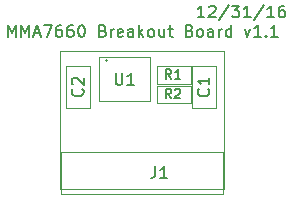
<source format=gbr>
%TF.GenerationSoftware,KiCad,Pcbnew,4.0.4+e1-6308~48~ubuntu16.04.1-stable*%
%TF.CreationDate,2016-12-31T17:29:36-08:00*%
%TF.ProjectId,mma7660-sensor-breakout,6D6D61373636302D73656E736F722D62,v1.0*%
%TF.FileFunction,Other,Fab,Top*%
%FSLAX46Y46*%
G04 Gerber Fmt 4.6, Leading zero omitted, Abs format (unit mm)*
G04 Created by KiCad (PCBNEW 4.0.4+e1-6308~48~ubuntu16.04.1-stable) date Sat Dec 31 17:29:36 2016*
%MOMM*%
%LPD*%
G01*
G04 APERTURE LIST*
%ADD10C,0.350000*%
%ADD11C,0.050000*%
%ADD12C,0.150000*%
%ADD13C,0.100000*%
G04 APERTURE END LIST*
D10*
D11*
X154813000Y-103505000D02*
X154813000Y-103378000D01*
D12*
X153194143Y-100528381D02*
X152622714Y-100528381D01*
X152908428Y-100528381D02*
X152908428Y-99528381D01*
X152813190Y-99671238D01*
X152717952Y-99766476D01*
X152622714Y-99814095D01*
X153575095Y-99623619D02*
X153622714Y-99576000D01*
X153717952Y-99528381D01*
X153956048Y-99528381D01*
X154051286Y-99576000D01*
X154098905Y-99623619D01*
X154146524Y-99718857D01*
X154146524Y-99814095D01*
X154098905Y-99956952D01*
X153527476Y-100528381D01*
X154146524Y-100528381D01*
X155289381Y-99480762D02*
X154432238Y-100766476D01*
X155527476Y-99528381D02*
X156146524Y-99528381D01*
X155813190Y-99909333D01*
X155956048Y-99909333D01*
X156051286Y-99956952D01*
X156098905Y-100004571D01*
X156146524Y-100099810D01*
X156146524Y-100337905D01*
X156098905Y-100433143D01*
X156051286Y-100480762D01*
X155956048Y-100528381D01*
X155670333Y-100528381D01*
X155575095Y-100480762D01*
X155527476Y-100433143D01*
X157098905Y-100528381D02*
X156527476Y-100528381D01*
X156813190Y-100528381D02*
X156813190Y-99528381D01*
X156717952Y-99671238D01*
X156622714Y-99766476D01*
X156527476Y-99814095D01*
X158241762Y-99480762D02*
X157384619Y-100766476D01*
X159098905Y-100528381D02*
X158527476Y-100528381D01*
X158813190Y-100528381D02*
X158813190Y-99528381D01*
X158717952Y-99671238D01*
X158622714Y-99766476D01*
X158527476Y-99814095D01*
X159956048Y-99528381D02*
X159765571Y-99528381D01*
X159670333Y-99576000D01*
X159622714Y-99623619D01*
X159527476Y-99766476D01*
X159479857Y-99956952D01*
X159479857Y-100337905D01*
X159527476Y-100433143D01*
X159575095Y-100480762D01*
X159670333Y-100528381D01*
X159860810Y-100528381D01*
X159956048Y-100480762D01*
X160003667Y-100433143D01*
X160051286Y-100337905D01*
X160051286Y-100099810D01*
X160003667Y-100004571D01*
X159956048Y-99956952D01*
X159860810Y-99909333D01*
X159670333Y-99909333D01*
X159575095Y-99956952D01*
X159527476Y-100004571D01*
X159479857Y-100099810D01*
X136550237Y-102179381D02*
X136550237Y-101179381D01*
X136883571Y-101893667D01*
X137216904Y-101179381D01*
X137216904Y-102179381D01*
X137693094Y-102179381D02*
X137693094Y-101179381D01*
X138026428Y-101893667D01*
X138359761Y-101179381D01*
X138359761Y-102179381D01*
X138788332Y-101893667D02*
X139264523Y-101893667D01*
X138693094Y-102179381D02*
X139026427Y-101179381D01*
X139359761Y-102179381D01*
X139597856Y-101179381D02*
X140264523Y-101179381D01*
X139835951Y-102179381D01*
X141074047Y-101179381D02*
X140883570Y-101179381D01*
X140788332Y-101227000D01*
X140740713Y-101274619D01*
X140645475Y-101417476D01*
X140597856Y-101607952D01*
X140597856Y-101988905D01*
X140645475Y-102084143D01*
X140693094Y-102131762D01*
X140788332Y-102179381D01*
X140978809Y-102179381D01*
X141074047Y-102131762D01*
X141121666Y-102084143D01*
X141169285Y-101988905D01*
X141169285Y-101750810D01*
X141121666Y-101655571D01*
X141074047Y-101607952D01*
X140978809Y-101560333D01*
X140788332Y-101560333D01*
X140693094Y-101607952D01*
X140645475Y-101655571D01*
X140597856Y-101750810D01*
X142026428Y-101179381D02*
X141835951Y-101179381D01*
X141740713Y-101227000D01*
X141693094Y-101274619D01*
X141597856Y-101417476D01*
X141550237Y-101607952D01*
X141550237Y-101988905D01*
X141597856Y-102084143D01*
X141645475Y-102131762D01*
X141740713Y-102179381D01*
X141931190Y-102179381D01*
X142026428Y-102131762D01*
X142074047Y-102084143D01*
X142121666Y-101988905D01*
X142121666Y-101750810D01*
X142074047Y-101655571D01*
X142026428Y-101607952D01*
X141931190Y-101560333D01*
X141740713Y-101560333D01*
X141645475Y-101607952D01*
X141597856Y-101655571D01*
X141550237Y-101750810D01*
X142740713Y-101179381D02*
X142835952Y-101179381D01*
X142931190Y-101227000D01*
X142978809Y-101274619D01*
X143026428Y-101369857D01*
X143074047Y-101560333D01*
X143074047Y-101798429D01*
X143026428Y-101988905D01*
X142978809Y-102084143D01*
X142931190Y-102131762D01*
X142835952Y-102179381D01*
X142740713Y-102179381D01*
X142645475Y-102131762D01*
X142597856Y-102084143D01*
X142550237Y-101988905D01*
X142502618Y-101798429D01*
X142502618Y-101560333D01*
X142550237Y-101369857D01*
X142597856Y-101274619D01*
X142645475Y-101227000D01*
X142740713Y-101179381D01*
X144597857Y-101655571D02*
X144740714Y-101703190D01*
X144788333Y-101750810D01*
X144835952Y-101846048D01*
X144835952Y-101988905D01*
X144788333Y-102084143D01*
X144740714Y-102131762D01*
X144645476Y-102179381D01*
X144264523Y-102179381D01*
X144264523Y-101179381D01*
X144597857Y-101179381D01*
X144693095Y-101227000D01*
X144740714Y-101274619D01*
X144788333Y-101369857D01*
X144788333Y-101465095D01*
X144740714Y-101560333D01*
X144693095Y-101607952D01*
X144597857Y-101655571D01*
X144264523Y-101655571D01*
X145264523Y-102179381D02*
X145264523Y-101512714D01*
X145264523Y-101703190D02*
X145312142Y-101607952D01*
X145359761Y-101560333D01*
X145454999Y-101512714D01*
X145550238Y-101512714D01*
X146264524Y-102131762D02*
X146169286Y-102179381D01*
X145978809Y-102179381D01*
X145883571Y-102131762D01*
X145835952Y-102036524D01*
X145835952Y-101655571D01*
X145883571Y-101560333D01*
X145978809Y-101512714D01*
X146169286Y-101512714D01*
X146264524Y-101560333D01*
X146312143Y-101655571D01*
X146312143Y-101750810D01*
X145835952Y-101846048D01*
X147169286Y-102179381D02*
X147169286Y-101655571D01*
X147121667Y-101560333D01*
X147026429Y-101512714D01*
X146835952Y-101512714D01*
X146740714Y-101560333D01*
X147169286Y-102131762D02*
X147074048Y-102179381D01*
X146835952Y-102179381D01*
X146740714Y-102131762D01*
X146693095Y-102036524D01*
X146693095Y-101941286D01*
X146740714Y-101846048D01*
X146835952Y-101798429D01*
X147074048Y-101798429D01*
X147169286Y-101750810D01*
X147645476Y-102179381D02*
X147645476Y-101179381D01*
X147740714Y-101798429D02*
X148026429Y-102179381D01*
X148026429Y-101512714D02*
X147645476Y-101893667D01*
X148597857Y-102179381D02*
X148502619Y-102131762D01*
X148455000Y-102084143D01*
X148407381Y-101988905D01*
X148407381Y-101703190D01*
X148455000Y-101607952D01*
X148502619Y-101560333D01*
X148597857Y-101512714D01*
X148740715Y-101512714D01*
X148835953Y-101560333D01*
X148883572Y-101607952D01*
X148931191Y-101703190D01*
X148931191Y-101988905D01*
X148883572Y-102084143D01*
X148835953Y-102131762D01*
X148740715Y-102179381D01*
X148597857Y-102179381D01*
X149788334Y-101512714D02*
X149788334Y-102179381D01*
X149359762Y-101512714D02*
X149359762Y-102036524D01*
X149407381Y-102131762D01*
X149502619Y-102179381D01*
X149645477Y-102179381D01*
X149740715Y-102131762D01*
X149788334Y-102084143D01*
X150121667Y-101512714D02*
X150502619Y-101512714D01*
X150264524Y-101179381D02*
X150264524Y-102036524D01*
X150312143Y-102131762D01*
X150407381Y-102179381D01*
X150502619Y-102179381D01*
X151931192Y-101655571D02*
X152074049Y-101703190D01*
X152121668Y-101750810D01*
X152169287Y-101846048D01*
X152169287Y-101988905D01*
X152121668Y-102084143D01*
X152074049Y-102131762D01*
X151978811Y-102179381D01*
X151597858Y-102179381D01*
X151597858Y-101179381D01*
X151931192Y-101179381D01*
X152026430Y-101227000D01*
X152074049Y-101274619D01*
X152121668Y-101369857D01*
X152121668Y-101465095D01*
X152074049Y-101560333D01*
X152026430Y-101607952D01*
X151931192Y-101655571D01*
X151597858Y-101655571D01*
X152740715Y-102179381D02*
X152645477Y-102131762D01*
X152597858Y-102084143D01*
X152550239Y-101988905D01*
X152550239Y-101703190D01*
X152597858Y-101607952D01*
X152645477Y-101560333D01*
X152740715Y-101512714D01*
X152883573Y-101512714D01*
X152978811Y-101560333D01*
X153026430Y-101607952D01*
X153074049Y-101703190D01*
X153074049Y-101988905D01*
X153026430Y-102084143D01*
X152978811Y-102131762D01*
X152883573Y-102179381D01*
X152740715Y-102179381D01*
X153931192Y-102179381D02*
X153931192Y-101655571D01*
X153883573Y-101560333D01*
X153788335Y-101512714D01*
X153597858Y-101512714D01*
X153502620Y-101560333D01*
X153931192Y-102131762D02*
X153835954Y-102179381D01*
X153597858Y-102179381D01*
X153502620Y-102131762D01*
X153455001Y-102036524D01*
X153455001Y-101941286D01*
X153502620Y-101846048D01*
X153597858Y-101798429D01*
X153835954Y-101798429D01*
X153931192Y-101750810D01*
X154407382Y-102179381D02*
X154407382Y-101512714D01*
X154407382Y-101703190D02*
X154455001Y-101607952D01*
X154502620Y-101560333D01*
X154597858Y-101512714D01*
X154693097Y-101512714D01*
X155455002Y-102179381D02*
X155455002Y-101179381D01*
X155455002Y-102131762D02*
X155359764Y-102179381D01*
X155169287Y-102179381D01*
X155074049Y-102131762D01*
X155026430Y-102084143D01*
X154978811Y-101988905D01*
X154978811Y-101703190D01*
X155026430Y-101607952D01*
X155074049Y-101560333D01*
X155169287Y-101512714D01*
X155359764Y-101512714D01*
X155455002Y-101560333D01*
X156597859Y-101512714D02*
X156835954Y-102179381D01*
X157074050Y-101512714D01*
X157978812Y-102179381D02*
X157407383Y-102179381D01*
X157693097Y-102179381D02*
X157693097Y-101179381D01*
X157597859Y-101322238D01*
X157502621Y-101417476D01*
X157407383Y-101465095D01*
X158407383Y-102084143D02*
X158455002Y-102131762D01*
X158407383Y-102179381D01*
X158359764Y-102131762D01*
X158407383Y-102084143D01*
X158407383Y-102179381D01*
X159407383Y-102179381D02*
X158835954Y-102179381D01*
X159121668Y-102179381D02*
X159121668Y-101179381D01*
X159026430Y-101322238D01*
X158931192Y-101417476D01*
X158835954Y-101465095D01*
D11*
X154813000Y-103378000D02*
X140970000Y-103378000D01*
X154813000Y-115062000D02*
X154813000Y-103505000D01*
X154813000Y-115062000D02*
X140970000Y-115062000D01*
X140970000Y-103378000D02*
X140970000Y-115062000D01*
X154178000Y-104632000D02*
X152146000Y-104632000D01*
X154178000Y-108188000D02*
X154178000Y-104632000D01*
X152146000Y-108188000D02*
X154178000Y-108188000D01*
X152146000Y-104632000D02*
X152146000Y-108188000D01*
X143526000Y-104648000D02*
X141494000Y-104648000D01*
X143526000Y-108204000D02*
X143526000Y-104648000D01*
X141494000Y-108204000D02*
X143526000Y-108204000D01*
X141494000Y-104648000D02*
X141494000Y-108204000D01*
X154723000Y-111953500D02*
X141023000Y-111953500D01*
X154723000Y-115478500D02*
X154723000Y-111953500D01*
X141023000Y-115478500D02*
X154723000Y-115478500D01*
X141023000Y-111978500D02*
X141023000Y-115478500D01*
D13*
X144964639Y-104176000D02*
G75*
G03X144964639Y-104176000I-90139J0D01*
G01*
D11*
X148574500Y-107626000D02*
X148574500Y-103926000D01*
X144274500Y-107626000D02*
X148574500Y-107626000D01*
X144274500Y-103926000D02*
X144274500Y-107626000D01*
X148574500Y-103926000D02*
X144274500Y-103926000D01*
X152060000Y-107811000D02*
X149160000Y-107811000D01*
X152060000Y-107811000D02*
X152060000Y-106311000D01*
X149160000Y-107811000D02*
X149160000Y-106311000D01*
X152060000Y-106311000D02*
X149160000Y-106311000D01*
X152060000Y-106160000D02*
X149160000Y-106160000D01*
X152060000Y-106160000D02*
X152060000Y-104660000D01*
X149160000Y-106160000D02*
X149160000Y-104660000D01*
X152060000Y-104660000D02*
X149160000Y-104660000D01*
D12*
X153519143Y-106576666D02*
X153566762Y-106624285D01*
X153614381Y-106767142D01*
X153614381Y-106862380D01*
X153566762Y-107005238D01*
X153471524Y-107100476D01*
X153376286Y-107148095D01*
X153185810Y-107195714D01*
X153042952Y-107195714D01*
X152852476Y-107148095D01*
X152757238Y-107100476D01*
X152662000Y-107005238D01*
X152614381Y-106862380D01*
X152614381Y-106767142D01*
X152662000Y-106624285D01*
X152709619Y-106576666D01*
X153614381Y-105624285D02*
X153614381Y-106195714D01*
X153614381Y-105910000D02*
X152614381Y-105910000D01*
X152757238Y-106005238D01*
X152852476Y-106100476D01*
X152900095Y-106195714D01*
X142867143Y-106592666D02*
X142914762Y-106640285D01*
X142962381Y-106783142D01*
X142962381Y-106878380D01*
X142914762Y-107021238D01*
X142819524Y-107116476D01*
X142724286Y-107164095D01*
X142533810Y-107211714D01*
X142390952Y-107211714D01*
X142200476Y-107164095D01*
X142105238Y-107116476D01*
X142010000Y-107021238D01*
X141962381Y-106878380D01*
X141962381Y-106783142D01*
X142010000Y-106640285D01*
X142057619Y-106592666D01*
X142057619Y-106211714D02*
X142010000Y-106164095D01*
X141962381Y-106068857D01*
X141962381Y-105830761D01*
X142010000Y-105735523D01*
X142057619Y-105687904D01*
X142152857Y-105640285D01*
X142248095Y-105640285D01*
X142390952Y-105687904D01*
X142962381Y-106259333D01*
X142962381Y-105640285D01*
X149039667Y-113130881D02*
X149039667Y-113845167D01*
X148992047Y-113988024D01*
X148896809Y-114083262D01*
X148753952Y-114130881D01*
X148658714Y-114130881D01*
X150039667Y-114130881D02*
X149468238Y-114130881D01*
X149753952Y-114130881D02*
X149753952Y-113130881D01*
X149658714Y-113273738D01*
X149563476Y-113368976D01*
X149468238Y-113416595D01*
X145662595Y-105228381D02*
X145662595Y-106037905D01*
X145710214Y-106133143D01*
X145757833Y-106180762D01*
X145853071Y-106228381D01*
X146043548Y-106228381D01*
X146138786Y-106180762D01*
X146186405Y-106133143D01*
X146234024Y-106037905D01*
X146234024Y-105228381D01*
X147234024Y-106228381D02*
X146662595Y-106228381D01*
X146948309Y-106228381D02*
X146948309Y-105228381D01*
X146853071Y-105371238D01*
X146757833Y-105466476D01*
X146662595Y-105514095D01*
X150386667Y-107382905D02*
X150120000Y-107001952D01*
X149929524Y-107382905D02*
X149929524Y-106582905D01*
X150234286Y-106582905D01*
X150310477Y-106621000D01*
X150348572Y-106659095D01*
X150386667Y-106735286D01*
X150386667Y-106849571D01*
X150348572Y-106925762D01*
X150310477Y-106963857D01*
X150234286Y-107001952D01*
X149929524Y-107001952D01*
X150691429Y-106659095D02*
X150729524Y-106621000D01*
X150805715Y-106582905D01*
X150996191Y-106582905D01*
X151072381Y-106621000D01*
X151110477Y-106659095D01*
X151148572Y-106735286D01*
X151148572Y-106811476D01*
X151110477Y-106925762D01*
X150653334Y-107382905D01*
X151148572Y-107382905D01*
X150386667Y-105731905D02*
X150120000Y-105350952D01*
X149929524Y-105731905D02*
X149929524Y-104931905D01*
X150234286Y-104931905D01*
X150310477Y-104970000D01*
X150348572Y-105008095D01*
X150386667Y-105084286D01*
X150386667Y-105198571D01*
X150348572Y-105274762D01*
X150310477Y-105312857D01*
X150234286Y-105350952D01*
X149929524Y-105350952D01*
X151148572Y-105731905D02*
X150691429Y-105731905D01*
X150920000Y-105731905D02*
X150920000Y-104931905D01*
X150843810Y-105046190D01*
X150767619Y-105122381D01*
X150691429Y-105160476D01*
M02*

</source>
